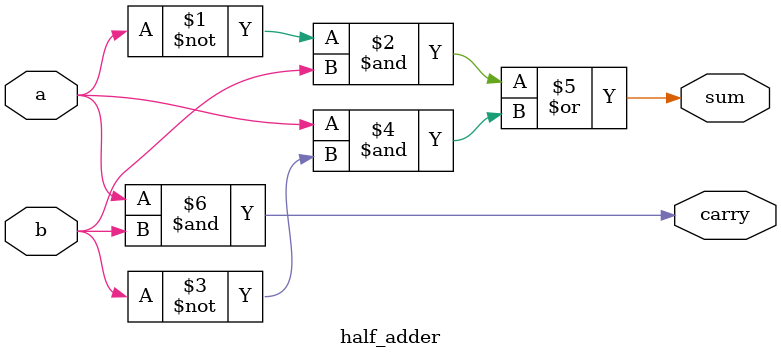
<source format=v>
module half_adder(a, b, sum, carry);

output sum, carry;
input a, b;

assign sum = ~a&b | a&~b;
assign carry = a&b;
endmodule
</source>
